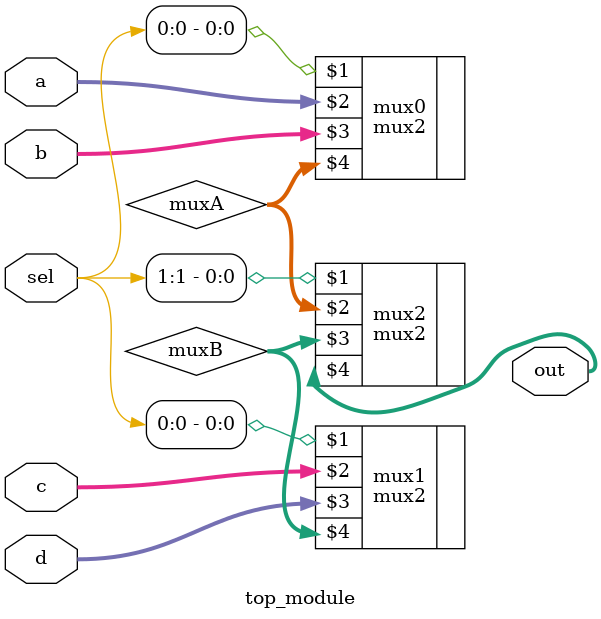
<source format=v>
module top_module (
    input [1:0] sel,
    input [7:0] a,
    input [7:0] b,
    input [7:0] c,
    input [7:0] d,
    output [7:0] out  ); //

    wire [7:0] muxA, muxB;
    mux2 mux0 ( sel[0],    a,    b, muxA );
    mux2 mux1 ( sel[0],    c,    d, muxB );
    mux2 mux2 ( sel[1], muxA, muxB,  out );

endmodule
</source>
